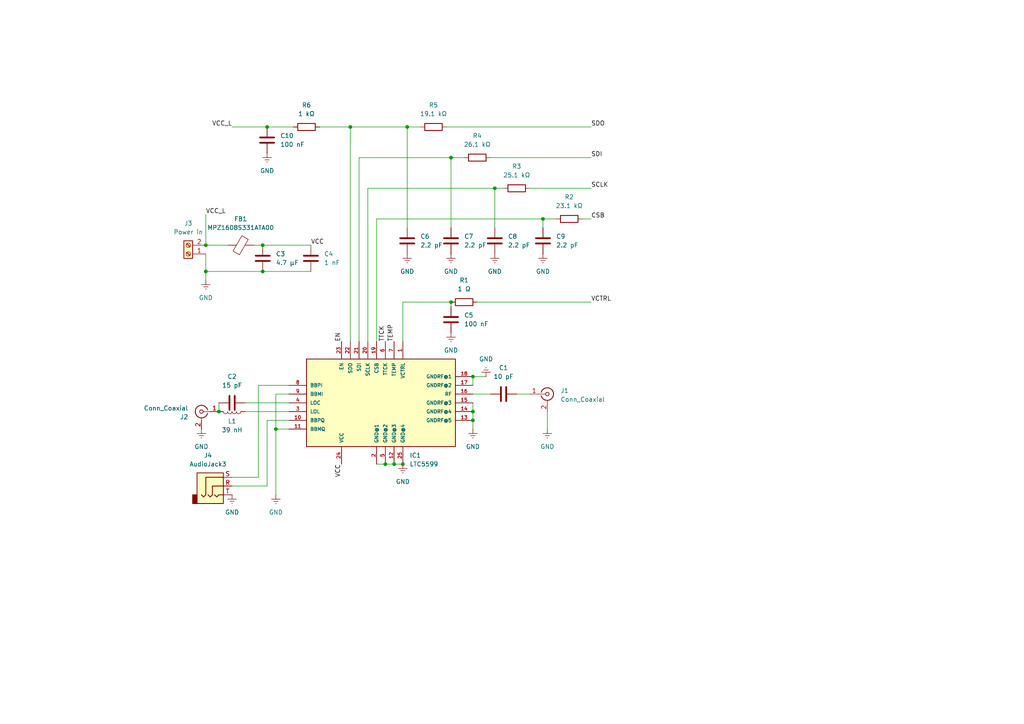
<source format=kicad_sch>
(kicad_sch (version 20250114) (generator "eeschema") (generator_version "9.0")
  (paper "A4")
  (lib_symbols
    (symbol "Connector:Conn_Coaxial" (pin_names (offset 1.016) (hide yes))
      (property "Reference" "J" (at 0.254 3.048 0))
      (property "Value" "Conn_Coaxial" (at 2.921 0 90))
      (symbol "Conn_Coaxial_0_1"
        (polyline (pts (xy -2.54 0) (xy -0.508 0)))
        (arc (start 1.778 0) (mid 0.222 -1.8079) (end -1.778 -0.508) (stroke (width 0.254)))
        (arc (start -1.778 0.508) (mid 0.2221 1.8084) (end 1.778 0) (stroke (width 0.254)))
        (circle (center 0 0) (radius 0.508) (stroke (width 0.2032)))
        (polyline (pts (xy 0 -2.54) (xy 0 -1.778)))
      )
      (symbol "Conn_Coaxial_1_1"
        (pin passive line (at -5.08 0 0) (length 2.54) (name "In") (number "1"))
        (pin passive line (at 0 -5.08 90) (length 2.54) (name "Ext") (number "2"))
      )
    )
    (symbol "Connector:Screw_Terminal_01x02" (pin_names (offset 1.016) (hide yes))
      (property "Reference" "J" (at 0 2.54 0))
      (property "Value" "Screw_Terminal_01x02" (at 0 -5.08 0))
      (symbol "Screw_Terminal_01x02_1_1"
        (rectangle (start -1.27 1.27) (end 1.27 -3.81) (stroke (width 0.254)) (fill (type background)))
        (polyline (pts (xy -0.5334 0.3302) (xy 0.3302 -0.508)) (stroke (width 0.1524)))
        (polyline (pts (xy -0.5334 -2.2098) (xy 0.3302 -3.048)) (stroke (width 0.1524)))
        (polyline (pts (xy -0.3556 0.508) (xy 0.508 -0.3302)) (stroke (width 0.1524)))
        (polyline (pts (xy -0.3556 -2.032) (xy 0.508 -2.8702)) (stroke (width 0.1524)))
        (circle (center 0 0) (radius 0.635) (stroke (width 0.1524)))
        (circle (center 0 -2.54) (radius 0.635) (stroke (width 0.1524)))
        (pin passive line (at -5.08 0 0) (length 3.81) (name "Pin_1") (number "1"))
        (pin passive line (at -5.08 -2.54 0) (length 3.81) (name "Pin_2") (number "2"))
      )
    )
    (symbol "Connector_Audio:AudioJack3"
      (property "Reference" "J" (at 0 8.89 0))
      (property "Value" "AudioJack3" (at 0 6.35 0))
      (symbol "AudioJack3_0_1"
        (rectangle (start -5.08 -5.08) (end -6.35 -2.54) (stroke (width 0.254)) (fill (type outline)))
        (polyline (pts (xy -1.905 -2.54) (xy -1.27 -3.175) (xy -0.635 -2.54) (xy -0.635 0) (xy 2.54 0)) (stroke (width 0.254)))
        (polyline (pts (xy 0 -2.54) (xy 0.635 -3.175) (xy 1.27 -2.54) (xy 2.54 -2.54)) (stroke (width 0.254)))
        (rectangle (start 2.54 3.81) (end -5.08 -5.08) (stroke (width 0.254)) (fill (type background)))
        (polyline (pts (xy 2.54 2.54) (xy -2.54 2.54) (xy -2.54 -2.54) (xy -3.175 -3.175) (xy -3.81 -2.54)) (stroke (width 0.254)))
      )
      (symbol "AudioJack3_1_1"
        (pin passive line (at 5.08 2.54 180) (length 2.54) (name "~") (number "S"))
        (pin passive line (at 5.08 0 180) (length 2.54) (name "~") (number "R"))
        (pin passive line (at 5.08 -2.54 180) (length 2.54) (name "~") (number "T"))
      )
    )
    (symbol "Device:C" (pin_numbers (hide yes)) (pin_names (offset 0.254))
      (property "Reference" "C" (at 0.635 2.54 0))
      (property "Value" "C" (at 0.635 -2.54 0))
      (symbol "C_0_1"
        (polyline (pts (xy -2.032 0.762) (xy 2.032 0.762)) (stroke (width 0.508)))
        (polyline (pts (xy -2.032 -0.762) (xy 2.032 -0.762)) (stroke (width 0.508)))
      )
      (symbol "C_1_1"
        (pin passive line (at 0 3.81 270) (length 2.794) (name "~") (number "1"))
        (pin passive line (at 0 -3.81 90) (length 2.794) (name "~") (number "2"))
      )
    )
    (symbol "Device:FerriteBead" (pin_numbers (hide yes)) (pin_names (offset 0))
      (property "Reference" "FB" (at -3.81 0.635 90))
      (property "Value" "FerriteBead" (at 3.81 0 90))
      (symbol "FerriteBead_0_1"
        (polyline (pts (xy -2.7686 0.4064) (xy -1.7018 2.2606) (xy 2.7686 -0.3048) (xy 1.6764 -2.159) (xy -2.7686 0.4064)))
        (polyline (pts (xy 0 1.27) (xy 0 1.2954)))
        (polyline (pts (xy 0 -1.27) (xy 0 -1.2192)))
      )
      (symbol "FerriteBead_1_1"
        (pin passive line (at 0 3.81 270) (length 2.54) (name "~") (number "1"))
        (pin passive line (at 0 -3.81 90) (length 2.54) (name "~") (number "2"))
      )
    )
    (symbol "Device:L" (pin_numbers (hide yes)) (pin_names (offset 1.016) (hide yes))
      (property "Reference" "L" (at -1.27 0 90))
      (property "Value" "L" (at 1.905 0 90))
      (symbol "L_0_1"
        (arc (start 0 2.54) (mid 0.6323 1.905) (end 0 1.27))
        (arc (start 0 1.27) (mid 0.6323 0.635) (end 0 0))
        (arc (start 0 0) (mid 0.6323 -0.635) (end 0 -1.27))
        (arc (start 0 -1.27) (mid 0.6323 -1.905) (end 0 -2.54))
      )
      (symbol "L_1_1"
        (pin passive line (at 0 3.81 270) (length 1.27) (name "1") (number "1"))
        (pin passive line (at 0 -3.81 90) (length 1.27) (name "2") (number "2"))
      )
    )
    (symbol "Device:R" (pin_numbers (hide yes)) (pin_names (offset 0))
      (property "Reference" "R" (at 2.032 0 90))
      (property "Value" "R" (at 0 0 90))
      (symbol "R_0_1"
        (rectangle (start -1.016 -2.54) (end 1.016 2.54) (stroke (width 0.254)))
      )
      (symbol "R_1_1"
        (pin passive line (at 0 3.81 270) (length 1.27) (name "~") (number "1"))
        (pin passive line (at 0 -3.81 90) (length 1.27) (name "~") (number "2"))
      )
    )
    (symbol "LTC5599:LTC5599" (pin_names (offset 1.016))
      (property "Reference" "IC1" (at 9.5886 -15.24 0))
      (property "Value" "LTC5599" (at 9.5886 -17.78 0))
      (symbol "LTC5599_0_0"
        (rectangle (start -20.32 -12.7) (end 22.86 12.7) (stroke (width 0.254)) (fill (type background)))
        (pin bidirectional line (at -25.4 5.08 0) (length 5.08) (name "BBPI") (number "8"))
        (pin bidirectional line (at -25.4 2.54 0) (length 5.08) (name "BBMI") (number "9"))
        (pin bidirectional line (at -25.4 0 0) (length 5.08) (name "LOC") (number "4"))
        (pin bidirectional line (at -25.4 -2.54 0) (length 5.08) (name "LOL") (number "3"))
        (pin bidirectional line (at -25.4 -5.08 0) (length 5.08) (name "BBPQ") (number "10"))
        (pin bidirectional line (at -25.4 -7.62 0) (length 5.08) (name "BBMQ") (number "11"))
        (pin bidirectional line (at -10.16 17.78 270) (length 5.08) (name "EN") (number "23"))
        (pin bidirectional line (at -10.16 -17.78 90) (length 5.08) (name "VCC") (number "24"))
        (pin bidirectional line (at -7.62 17.78 270) (length 5.08) (name "SDO") (number "22"))
        (pin bidirectional line (at -5.08 17.78 270) (length 5.08) (name "SDI") (number "21"))
        (pin bidirectional line (at 0 17.78 270) (length 5.08) (name "CSB") (number "19"))
        (pin bidirectional line (at 0 -17.78 90) (length 5.08) (name "GND@1") (number "2"))
        (pin bidirectional line (at 2.54 17.78 270) (length 5.08) (name "TTCK") (number "6"))
        (pin bidirectional line (at 2.54 -17.78 90) (length 5.08) (name "GND@2") (number "5"))
        (pin bidirectional line (at 5.08 17.78 270) (length 5.08) (name "TEMP") (number "7"))
        (pin bidirectional line (at 5.08 -17.78 90) (length 5.08) (name "GND@3") (number "12"))
        (pin bidirectional line (at 7.62 17.78 270) (length 5.08) (name "VCTRL") (number "1"))
        (pin bidirectional line (at 27.94 7.62 180) (length 5.08) (name "GNDRF@1") (number "18"))
        (pin bidirectional line (at 27.94 5.08 180) (length 5.08) (name "GNDRF@2") (number "17"))
        (pin bidirectional line (at 27.94 2.54 180) (length 5.08) (name "RF") (number "16"))
        (pin bidirectional line (at 27.94 0 180) (length 5.08) (name "GNDRF@3") (number "15"))
        (pin bidirectional line (at 27.94 -2.54 180) (length 5.08) (name "GNDRF@4") (number "14"))
        (pin bidirectional line (at 27.94 -5.08 180) (length 5.08) (name "GNDRF@5") (number "13"))
      )
      (symbol "LTC5599_1_0"
        (pin bidirectional line (at -2.54 17.78 270) (length 5.08) (name "SCLK") (number "20"))
        (pin bidirectional line (at 7.62 -17.78 90) (length 5.08) (name "GND@4") (number "25"))
      )
    )
    (symbol "power:Earth" (power) (pin_numbers (hide yes)) (pin_names (offset 0) (hide yes))
      (property "Value" "Earth" (at 0 -3.81 0))
      (symbol "Earth_0_1"
        (polyline (pts (xy -0.635 -1.905) (xy 0.635 -1.905)))
        (polyline (pts (xy -0.127 -2.54) (xy 0.127 -2.54)))
        (polyline (pts (xy 0 -1.27) (xy 0 0)))
        (polyline (pts (xy 1.27 -1.27) (xy -1.27 -1.27)))
      )
      (symbol "Earth_1_1"
        (pin power_in line (at 0 0 270) (length 0) (name "~") (number "1"))
      )
    )
  )
  (junction (at 130.81 87.63))
  (junction (at 114.3 134.62))
  (junction (at 77.47 36.83))
  (junction (at 76.2 78.74))
  (junction (at 118.11 36.83))
  (junction (at 137.16 121.92))
  (junction (at 116.84 134.62))
  (junction (at 59.69 78.74))
  (junction (at 137.16 109.22))
  (junction (at 59.69 71.12))
  (junction (at 101.6 36.83))
  (junction (at 137.16 119.38))
  (junction (at 130.81 45.72))
  (junction (at 63.5 119.38))
  (junction (at 76.2 71.12))
  (junction (at 143.51 54.61))
  (junction (at 157.48 63.5))
  (junction (at 111.76 134.62))
  (junction (at 80.01 124.46))
  (wire (pts (xy 140.97 109.22) (xy 137.16 109.22)))
  (wire (pts (xy 130.81 87.63) (xy 116.84 87.63)))
  (wire (pts (xy 158.75 124.46) (xy 158.75 119.38)))
  (wire (pts (xy 59.69 81.28) (xy 59.69 78.74)))
  (wire (pts (xy 137.16 109.22) (xy 137.16 111.76)))
  (wire (pts (xy 143.51 54.61) (xy 146.05 54.61)))
  (wire (pts (xy 106.68 54.61) (xy 106.68 99.06)))
  (wire (pts (xy 161.29 63.5) (xy 157.48 63.5)))
  (wire (pts (xy 92.71 36.83) (xy 101.6 36.83)))
  (wire (pts (xy 104.14 45.72) (xy 130.81 45.72)))
  (wire (pts (xy 67.31 140.97) (xy 77.47 140.97)))
  (wire (pts (xy 63.5 116.84) (xy 63.5 119.38)))
  (wire (pts (xy 111.76 134.62) (xy 114.3 134.62)))
  (wire (pts (xy 101.6 36.83) (xy 118.11 36.83)))
  (wire (pts (xy 80.01 143.51) (xy 80.01 124.46)))
  (wire (pts (xy 77.47 140.97) (xy 77.47 121.92)))
  (wire (pts (xy 67.31 36.83) (xy 77.47 36.83)))
  (wire (pts (xy 67.31 138.43) (xy 74.93 138.43)))
  (wire (pts (xy 137.16 116.84) (xy 137.16 119.38)))
  (wire (pts (xy 74.93 138.43) (xy 74.93 111.76)))
  (wire (pts (xy 104.14 45.72) (xy 104.14 99.06)))
  (wire (pts (xy 134.62 45.72) (xy 130.81 45.72)))
  (wire (pts (xy 129.54 36.83) (xy 171.45 36.83)))
  (wire (pts (xy 130.81 45.72) (xy 130.81 66.04)))
  (wire (pts (xy 171.45 87.63) (xy 138.43 87.63)))
  (wire (pts (xy 73.66 71.12) (xy 76.2 71.12)))
  (wire (pts (xy 59.69 78.74) (xy 76.2 78.74)))
  (wire (pts (xy 109.22 63.5) (xy 109.22 99.06)))
  (wire (pts (xy 66.04 71.12) (xy 59.69 71.12)))
  (wire (pts (xy 116.84 87.63) (xy 116.84 99.06)))
  (wire (pts (xy 118.11 36.83) (xy 118.11 66.04)))
  (wire (pts (xy 76.2 71.12) (xy 90.17 71.12)))
  (wire (pts (xy 76.2 78.74) (xy 90.17 78.74)))
  (wire (pts (xy 157.48 63.5) (xy 157.48 66.04)))
  (wire (pts (xy 143.51 54.61) (xy 143.51 66.04)))
  (wire (pts (xy 109.22 134.62) (xy 111.76 134.62)))
  (wire (pts (xy 142.24 45.72) (xy 171.45 45.72)))
  (wire (pts (xy 101.6 36.83) (xy 101.6 99.06)))
  (wire (pts (xy 71.12 119.38) (xy 83.82 119.38)))
  (wire (pts (xy 130.81 88.9) (xy 130.81 87.63)))
  (wire (pts (xy 109.22 63.5) (xy 157.48 63.5)))
  (wire (pts (xy 71.12 116.84) (xy 83.82 116.84)))
  (wire (pts (xy 168.91 63.5) (xy 171.45 63.5)))
  (wire (pts (xy 59.69 62.23) (xy 59.69 71.12)))
  (wire (pts (xy 59.69 78.74) (xy 59.69 73.66)))
  (wire (pts (xy 153.67 54.61) (xy 171.45 54.61)))
  (wire (pts (xy 114.3 134.62) (xy 116.84 134.62)))
  (wire (pts (xy 77.47 36.83) (xy 85.09 36.83)))
  (wire (pts (xy 142.24 114.3) (xy 137.16 114.3)))
  (wire (pts (xy 153.67 114.3) (xy 149.86 114.3)))
  (wire (pts (xy 106.68 54.61) (xy 143.51 54.61)))
  (wire (pts (xy 80.01 114.3) (xy 80.01 124.46)))
  (wire (pts (xy 74.93 111.76) (xy 83.82 111.76)))
  (wire (pts (xy 83.82 114.3) (xy 80.01 114.3)))
  (wire (pts (xy 77.47 121.92) (xy 83.82 121.92)))
  (wire (pts (xy 80.01 124.46) (xy 83.82 124.46)))
  (wire (pts (xy 137.16 119.38) (xy 137.16 121.92)))
  (wire (pts (xy 121.92 36.83) (xy 118.11 36.83)))
  (wire (pts (xy 137.16 121.92) (xy 137.16 124.46)))
  (label "TTCK" (at 111.76 99.06 90))
  (label "VCC_L" (at 59.69 62.23 0))
  (label "SDO" (at 171.45 36.83 0))
  (label "SDI" (at 171.45 45.72 0))
  (label "VCC" (at 90.17 71.12 0))
  (label "EN" (at 99.06 99.06 90))
  (label "TEMP" (at 114.3 99.06 90))
  (label "VCC_L" (at 67.31 36.83 180))
  (label "CSB" (at 171.45 63.5 0))
  (label "VCTRL" (at 171.45 87.63 0))
  (label "SCLK" (at 171.45 54.61 0))
  (label "VCC" (at 99.06 134.62 270))
  (symbol (lib_id "Device:R") (at 125.73 36.83 90) (unit 1)
    (property "Reference" "R5" (at 125.73 30.48 90))
    (property "Value" "19.1 kΩ" (at 125.73 33.02 90))
    (property "Description" "Resistor" (effects (hide yes)))
  )
  (symbol (lib_id "power:Earth") (at 116.84 134.62 0) (unit 1)
    (property "Reference" "#PWR01" (effects (hide yes)))
    (property "Value" "GND" (at 116.84 139.7 0))
    (property "Description" "Power symbol creates a global label with name \"Earth\"" (effects (hide yes)))
  )
  (symbol (lib_id "Device:R") (at 138.43 45.72 90) (unit 1)
    (property "Reference" "R4" (at 138.43 39.37 90))
    (property "Value" "26.1 kΩ" (at 138.43 41.91 90))
    (property "Description" "Resistor" (effects (hide yes)))
  )
  (symbol (lib_id "Device:R") (at 134.62 87.63 90) (unit 1)
    (property "Reference" "R1" (at 134.62 81.28 90))
    (property "Value" "1 Ω" (at 134.62 83.82 90))
    (property "Description" "Resistor" (effects (hide yes)))
  )
  (symbol (lib_id "Device:C") (at 118.11 69.85 0) (unit 1)
    (property "Reference" "C6" (at 121.92 68.5799 0) (effects (justify left)))
    (property "Value" "2.2 pF" (at 121.92 71.1199 0) (effects (justify left)))
    (property "Description" "Unpolarized capacitor" (effects (hide yes)))
  )
  (symbol (lib_id "Device:R") (at 149.86 54.61 90) (unit 1)
    (property "Reference" "R3" (at 149.86 48.26 90))
    (property "Value" "25.1 kΩ" (at 149.86 50.8 90))
    (property "Description" "Resistor" (effects (hide yes)))
  )
  (symbol (lib_id "power:Earth") (at 137.16 124.46 0) (unit 1)
    (property "Reference" "#PWR02" (effects (hide yes)))
    (property "Value" "GND" (at 137.16 129.54 0))
    (property "Description" "Power symbol creates a global label with name \"Earth\"" (effects (hide yes)))
  )
  (symbol (lib_id "power:Earth") (at 67.31 143.51 0) (unit 1)
    (property "Reference" "#PWR013" (effects (hide yes)))
    (property "Value" "GND" (at 67.31 148.59 0))
    (property "Description" "Power symbol creates a global label with name \"Earth\"" (effects (hide yes)))
  )
  (symbol (lib_id "Device:C") (at 77.47 40.64 0) (unit 1)
    (property "Reference" "C10" (at 81.28 39.3699 0) (effects (justify left)))
    (property "Value" "100 nF" (at 81.28 41.9099 0) (effects (justify left)))
    (property "Description" "Unpolarized capacitor" (effects (hide yes)))
  )
  (symbol (lib_id "power:Earth") (at 140.97 109.22 180) (unit 1)
    (property "Reference" "#PWR03" (effects (hide yes)))
    (property "Value" "GND" (at 140.97 104.14 0))
    (property "Description" "Power symbol creates a global label with name \"Earth\"" (effects (hide yes)))
  )
  (symbol (lib_id "Device:C") (at 157.48 69.85 0) (unit 1)
    (property "Reference" "C9" (at 161.29 68.5799 0) (effects (justify left)))
    (property "Value" "2.2 pF" (at 161.29 71.1199 0) (effects (justify left)))
    (property "Description" "Unpolarized capacitor" (effects (hide yes)))
  )
  (symbol (lib_id "Connector:Conn_Coaxial") (at 58.42 119.38 0) (mirror y) (unit 1)
    (property "Reference" "J2" (at 54.61 120.9433 0) (effects (justify left)))
    (property "Value" "Conn_Coaxial" (at 54.61 118.4033 0) (effects (justify left)))
    (property "Footprint" "Connector_Coaxial:SMA_Molex_73251-2120_EdgeMount_Horizontal" (effects (hide yes)))
    (property "Description" "coaxial connector (BNC, SMA, SMB, SMC, Cinch/RCA, LEMO, ...)" (effects (hide yes)))
  )
  (symbol (lib_id "power:Earth") (at 130.81 96.52 0) (unit 1)
    (property "Reference" "#PWR06" (effects (hide yes)))
    (property "Value" "GND" (at 130.81 101.6 0))
    (property "Description" "Power symbol creates a global label with name \"Earth\"" (effects (hide yes)))
  )
  (symbol (lib_id "power:Earth") (at 77.47 44.45 0) (unit 1)
    (property "Reference" "#PWR011" (effects (hide yes)))
    (property "Value" "GND" (at 77.47 49.53 0))
    (property "Description" "Power symbol creates a global label with name \"Earth\"" (effects (hide yes)))
  )
  (symbol (lib_id "Connector:Conn_Coaxial") (at 158.75 114.3 0) (unit 1)
    (property "Reference" "J1" (at 162.56 113.3231 0) (effects (justify left)))
    (property "Value" "Conn_Coaxial" (at 162.56 115.8631 0) (effects (justify left)))
    (property "Footprint" "Connector_Coaxial:SMA_Molex_73251-2120_EdgeMount_Horizontal" (effects (hide yes)))
    (property "Description" "coaxial connector (BNC, SMA, SMB, SMC, Cinch/RCA, LEMO, ...)" (effects (hide yes)))
  )
  (symbol (lib_id "Connector_Audio:AudioJack3") (at 62.23 140.97 0) (unit 1)
    (property "Reference" "J4" (at 60.325 132.08 0))
    (property "Value" "AudioJack3" (at 60.325 134.62 0))
    (property "Description" "Audio Jack, 3 Poles (Stereo / TRS)" (effects (hide yes)))
  )
  (symbol (lib_id "Device:C") (at 130.81 92.71 0) (unit 1)
    (property "Reference" "C5" (at 134.62 91.4399 0) (effects (justify left)))
    (property "Value" "100 nF" (at 134.62 93.9799 0) (effects (justify left)))
    (property "Description" "Unpolarized capacitor" (effects (hide yes)))
  )
  (symbol (lib_id "Device:C") (at 143.51 69.85 0) (unit 1)
    (property "Reference" "C8" (at 147.32 68.5799 0) (effects (justify left)))
    (property "Value" "2.2 pF" (at 147.32 71.1199 0) (effects (justify left)))
    (property "Description" "Unpolarized capacitor" (effects (hide yes)))
  )
  (symbol (lib_id "Device:C") (at 67.31 116.84 90) (unit 1)
    (property "Reference" "C2" (at 67.31 109.22 90))
    (property "Value" "15 pF" (at 67.31 111.76 90))
    (property "Description" "Unpolarized capacitor" (effects (hide yes)))
  )
  (symbol (lib_id "Device:C") (at 130.81 69.85 0) (unit 1)
    (property "Reference" "C7" (at 134.62 68.5799 0) (effects (justify left)))
    (property "Value" "2.2 pF" (at 134.62 71.1199 0) (effects (justify left)))
    (property "Description" "Unpolarized capacitor" (effects (hide yes)))
  )
  (symbol (lib_id "Device:R") (at 165.1 63.5 90) (unit 1)
    (property "Reference" "R2" (at 165.1 57.15 90))
    (property "Value" "23.1 kΩ" (at 165.1 59.69 90))
    (property "Description" "Resistor" (effects (hide yes)))
  )
  (symbol (lib_id "power:Earth") (at 59.69 81.28 0) (unit 1)
    (property "Reference" "#PWR05" (effects (hide yes)))
    (property "Value" "GND" (at 59.69 86.36 0))
    (property "Description" "Power symbol creates a global label with name \"Earth\"" (effects (hide yes)))
  )
  (symbol (lib_id "Device:C") (at 76.2 74.93 0) (unit 1)
    (property "Reference" "C3" (at 80.01 73.6599 0) (effects (justify left)))
    (property "Value" "4.7 μF" (at 80.01 76.1999 0) (effects (justify left)))
    (property "Description" "Unpolarized capacitor" (effects (hide yes)))
  )
  (symbol (lib_id "power:Earth") (at 58.42 124.46 0) (unit 1)
    (property "Reference" "#PWR04" (effects (hide yes)))
    (property "Value" "GND" (at 58.42 129.54 0))
    (property "Description" "Power symbol creates a global label with name \"Earth\"" (effects (hide yes)))
  )
  (symbol (lib_id "power:Earth") (at 143.51 73.66 0) (unit 1)
    (property "Reference" "#PWR09" (effects (hide yes)))
    (property "Value" "GND" (at 143.51 78.74 0))
    (property "Description" "Power symbol creates a global label with name \"Earth\"" (effects (hide yes)))
  )
  (symbol (lib_id "LTC5599:LTC5599") (at 109.22 116.84 0) (unit 1)
    (property "Reference" "IC1" (at 118.8086 132.08 0) (effects (justify left)))
    (property "Value" "LTC5599" (at 118.8086 134.62 0) (effects (justify left)))
    (property "Footprint" "Package_DFN_QFN:QFN-24-1EP_4x4mm_P0.5mm_EP2.8x2.8mm_ThermalVias" (effects (hide yes)))
    (property "MF" "Analog Devices" (effects (hide yes)))
    (property "Description_1" "Modulator / Demodulator 30MHz to 1300MHz L Pwr Direct 4xrature M" (effects (hide yes)))
    (property "Package" "None" (effects (hide yes)))
    (property "Price" "None" (effects (hide yes)))
    (property "SnapEDA_Link" "https://www.snapeda.com/parts/LTC5599/Analog+Devices/view-part/?ref=snap" (effects (hide yes)))
    (property "MP" "LTC5599" (effects (hide yes)))
    (property "Availability" "Not in stock" (effects (hide yes)))
    (property "Check_prices" "https://www.snapeda.com/parts/LTC5599/Analog+Devices/view-part/?ref=eda" (effects (hide yes)))
  )
  (symbol (lib_id "power:Earth") (at 80.01 143.51 0) (unit 1)
    (property "Reference" "#PWR014" (effects (hide yes)))
    (property "Value" "GND" (at 80.01 148.59 0))
    (property "Description" "Power symbol creates a global label with name \"Earth\"" (effects (hide yes)))
  )
  (symbol (lib_id "power:Earth") (at 157.48 73.66 0) (unit 1)
    (property "Reference" "#PWR010" (effects (hide yes)))
    (property "Value" "GND" (at 157.48 78.74 0))
    (property "Description" "Power symbol creates a global label with name \"Earth\"" (effects (hide yes)))
  )
  (symbol (lib_id "Device:C") (at 146.05 114.3 90) (unit 1)
    (property "Reference" "C1" (at 146.05 106.68 90))
    (property "Value" "10 pF" (at 146.05 109.22 90))
    (property "Description" "Unpolarized capacitor" (effects (hide yes)))
  )
  (symbol (lib_id "power:Earth") (at 118.11 73.66 0) (unit 1)
    (property "Reference" "#PWR07" (effects (hide yes)))
    (property "Value" "GND" (at 118.11 78.74 0))
    (property "Description" "Power symbol creates a global label with name \"Earth\"" (effects (hide yes)))
  )
  (symbol (lib_id "power:Earth") (at 130.81 73.66 0) (unit 1)
    (property "Reference" "#PWR08" (effects (hide yes)))
    (property "Value" "GND" (at 130.81 78.74 0))
    (property "Description" "Power symbol creates a global label with name \"Earth\"" (effects (hide yes)))
  )
  (symbol (lib_id "Device:R") (at 88.9 36.83 90) (unit 1)
    (property "Reference" "R6" (at 88.9 30.48 90))
    (property "Value" "1 kΩ" (at 88.9 33.02 90))
    (property "Description" "Resistor" (effects (hide yes)))
  )
  (symbol (lib_id "power:Earth") (at 158.75 124.46 0) (unit 1)
    (property "Reference" "#PWR012" (effects (hide yes)))
    (property "Value" "GND" (at 158.75 129.54 0))
    (property "Description" "Power symbol creates a global label with name \"Earth\"" (effects (hide yes)))
  )
  (symbol (lib_id "Device:L") (at 67.31 119.38 270) (unit 1)
    (property "Reference" "L1" (at 67.31 122.174 90))
    (property "Value" "39 nH" (at 67.31 124.714 90))
    (property "Description" "Inductor" (effects (hide yes)))
  )
  (symbol (lib_id "Device:FerriteBead") (at 69.85 71.12 90) (unit 1)
    (property "Reference" "FB1" (at 69.7992 63.5 90))
    (property "Value" "MPZ1608S331ATA00" (at 69.7992 66.04 90))
    (property "Description" "Ferrite bead" (effects (hide yes)))
  )
  (symbol (lib_id "Connector:Screw_Terminal_01x02") (at 54.61 73.66 180) (unit 1)
    (property "Reference" "J3" (at 54.61 64.77 0))
    (property "Value" "Power in" (at 54.61 67.31 0))
    (property "Description" "Generic screw terminal, single row, 01x02, script generated (kicad-library-utils/schlib/autogen/connector/)" (effects (hide yes)))
  )
  (symbol (lib_id "Device:C") (at 90.17 74.93 0) (unit 1)
    (property "Reference" "C4" (at 93.98 73.6599 0) (effects (justify left)))
    (property "Value" "1 nF" (at 93.98 76.1999 0) (effects (justify left)))
    (property "Description" "Unpolarized capacitor" (effects (hide yes)))
  )
)
</source>
